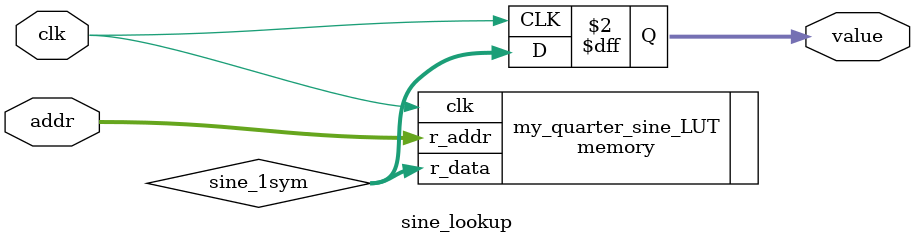
<source format=v>
module sine_lookup(input clk, input [10:0] addr, output reg [9:0] value);

wire [9:0] sine_1sym;  // sine with 1 symmetry
memory 	#(   
			  .MEM_WIDTH(10), 
			  .MEM_DEPTH(2048), 
			  .INIT_FILE("mem_init.txt")
	) my_quarter_sine_LUT	(     // the LUT contains only one quarter of the sine wave
		 .clk(clk),
		 .r_addr(addr),   // first symmetry
		 .r_data(sine_1sym[9:0])
	);

// now for the second symmetry, we need to use addr[10]
// but since our blockram has 2 clock latencies on reads
// we need a two-clock delayed version of addr[10]
//reg addr10_delay1; always @(posedge clk) addr10_delay1 <= addr[10];
//reg addr10_delay2; always @(posedge clk) addr10_delay2 <= addr10_delay1;

//wire [15:0] sine_2sym = addr10_delay2 ? {1'b0,-sine_1sym} : {1'b1,sine_1sym};  // second symmetry

// add a third latency to the module output for best performance
always @(posedge clk) value <= sine_1sym;
endmodule
</source>
